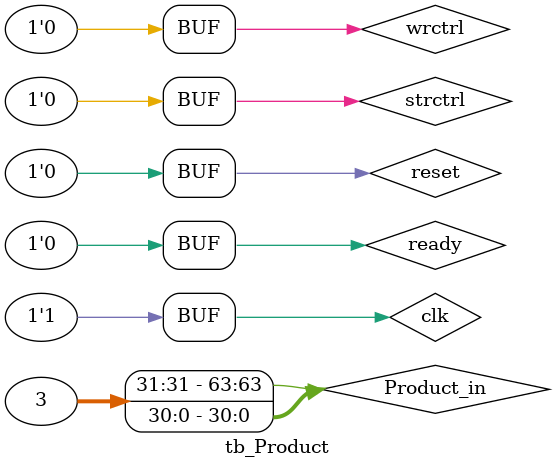
<source format=v>
`timescale 1ns/ 1ps
module tb_Product;
reg [63:0] Product_in;
reg wrctrl;
reg strctrl;
reg ready;
reg reset;
reg clk;
wire[63:0] Product_out;


Product pro(
    Product_in,
    wrctrl,
    strctrl,
    ready,
    reset,
    clk,
    Product_out
    );


initial begin

    Product_in[63:32] <= 32'd0;

////////////////////////////////////////////
    // 初始訊號
    clk <= 1;
    reset <= 1;
    wrctrl <= 0;
    strctrl <= 0;
    ready <= 0;
    Product_in[31:0] <= 32'b0;
    // out = 0

    #1
    clk <= 0;
    #1
    clk <= 1;
   
   // load multiplier
    reset <= 0;
    wrctrl <= 1;
    Product_in[31:0] <= 32'b11;
    //out = 11

    #1
    clk <= 0;
    #1
    clk <= 1;

    wrctrl <= 0;
    if(Product_out) begin
        strctrl <= 1;
        Product_in[62:31] <= 32'b1111 + Product_out[63:32];
        Product_in[63] <= 0;
    end
    // 加法
    // out 左半1111 + 0000 右半1111


    #1
    clk <= 0;
    #1
    clk <= 1;

    strctrl <= 0;
    //位移
    

    #1
    clk <= 0;
    #1
    clk <= 1;

    if(Product_out) begin
        strctrl <= 1;
        Product_in[62:31] <= 32'b1111 + Product_out[63:32];
        Product_in[63] <= 0;
    end
    //加法

    #1
    clk <= 0;
    #1
    clk <= 1;

    strctrl <= 0;
    //位移


    #1
    clk <= 0;
    #1
    clk <= 1;

        if(Product_out) begin
        strctrl <= 1;
        Product_in[62:31] <= 32'b1111 + Product_out[63:32];
        Product_in[63] <= 0;
    end
    //加法

    #1
    clk <= 0;
    #1
    clk <= 1;

    strctrl <= 0;
    //位移


    #1
    clk <= 0;
    #1
    clk <= 1;

    if(Product_out) begin
        strctrl <= 1;
        Product_in[62:31] <= 32'b1111 + Product_out[63:32];
        Product_in[63] <= 0;
    end
    //加法

    #1
    clk <= 0;
    #1
    clk <= 1;

    strctrl <= 0;
    //位移


    #1
    clk <= 0;
    #1
    clk <= 1;



end 

endmodule
</source>
